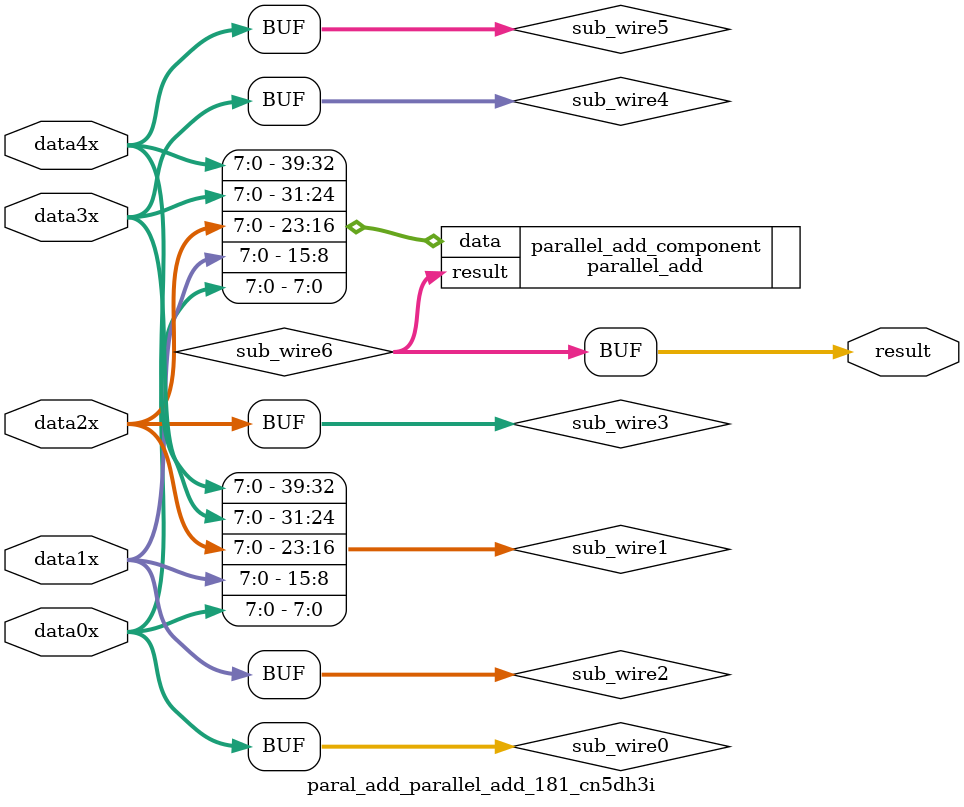
<source format=v>



`timescale 1 ps / 1 ps
// synopsys translate_on
module  paral_add_parallel_add_181_cn5dh3i  (
	data0x,
	data1x,
	data2x,
	data3x,
	data4x,
	result);

	input	[7:0]  data0x;
	input	[7:0]  data1x;
	input	[7:0]  data2x;
	input	[7:0]  data3x;
	input	[7:0]  data4x;
	output	[10:0]  result;

	wire [10:0] sub_wire6;
	wire [7:0] sub_wire5 = data4x[7:0];
	wire [7:0] sub_wire4 = data3x[7:0];
	wire [7:0] sub_wire3 = data2x[7:0];
	wire [7:0] sub_wire2 = data1x[7:0];
	wire [7:0] sub_wire0 = data0x[7:0];
	wire [39:0] sub_wire1 = {sub_wire5, sub_wire4, sub_wire3, sub_wire2, sub_wire0};
	wire [10:0] result = sub_wire6[10:0];

	parallel_add	parallel_add_component (
				.data (sub_wire1),
				.result (sub_wire6)
				// synopsys translate_off
				,
				.aclr (),
				.clken (),
				.clock ()
				// synopsys translate_on
				);
	defparam
		parallel_add_component.msw_subtract = "NO",
		parallel_add_component.pipeline = 0,
		parallel_add_component.representation = "SIGNED",
		parallel_add_component.result_alignment = "LSB",
		parallel_add_component.shift = 0,
		parallel_add_component.size = 5,
		parallel_add_component.width = 8,
		parallel_add_component.widthr = 11;


endmodule



</source>
